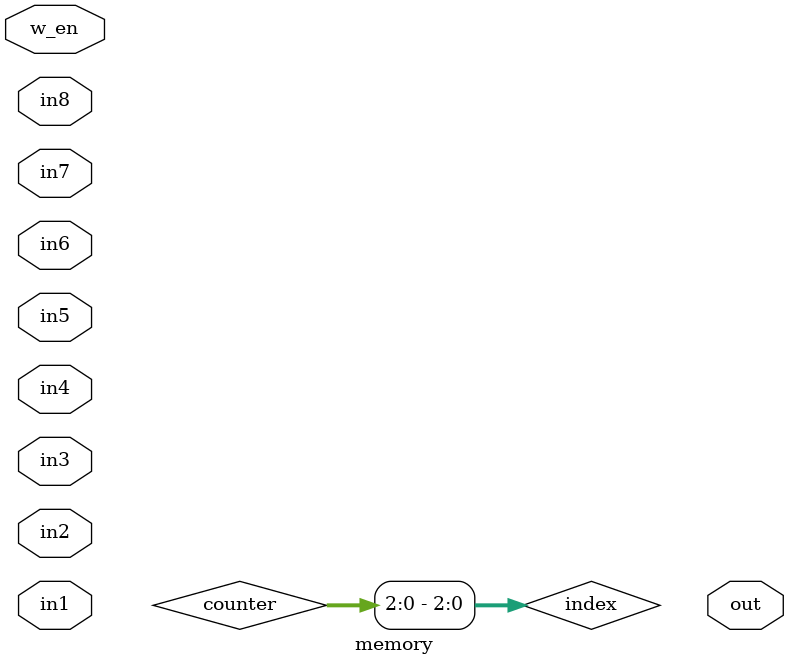
<source format=v>
module memory(in1,in2,in3,in4,in5,in6,in7,in8,w_en,out);
  
  input [63:0]in1,in2,in3,in4,in5,in6,in7,in8;
  //input enable;
	input w_en;
	output out;

  parameter BW = 8;
  reg [4-1:0]  counter ;
  wire [8*BW-1:0] array [8-1:0];
  wire [8-1:0] data_out;
  
  wire [8*BW-1:0] col [8-1:0];
  wire [3-1:0] index = counter[3-1:0] ;
  wire [8-1:0] w_data;
  //wire	      w_en;
  
  assign array[0] = w_en ? in1 : {{col[0][8*BW-1:7*BW]},{col[1][8*BW-1:7*BW]},{col[2][8*BW-1:7*BW]},{col[3][8*BW-1:7*BW]},{col[4][8*BW-1:7*BW]},{col[5][8*BW-1:7*BW]},{col[6][8*BW-1:7*BW]},{col[7][8*BW-1:7*BW]}};
  assign array[1] = w_en ? in2 : {{col[0][7*BW-1:6*BW]},{col[1][7*BW-1:6*BW]},{col[2][7*BW-1:6*BW]},{col[3][7*BW-1:6*BW]},{col[4][7*BW-1:6*BW]},{col[5][7*BW-1:6*BW]},{col[6][7*BW-1:6*BW]},{col[7][7*BW-1:6*BW]}};
  assign array[2] = w_en ? in3 : {{col[0][6*BW-1:5*BW]},{col[1][6*BW-1:5*BW]},{col[2][6*BW-1:5*BW]},{col[3][6*BW-1:5*BW]},{col[4][6*BW-1:5*BW]},{col[5][6*BW-1:5*BW]},{col[6][6*BW-1:5*BW]},{col[7][6*BW-1:5*BW]}};
  assign array[3] = w_en ? in4 : {{col[0][5*BW-1:4*BW]},{col[1][5*BW-1:4*BW]},{col[2][5*BW-1:4*BW]},{col[3][5*BW-1:4*BW]},{col[4][5*BW-1:4*BW]},{col[5][5*BW-1:4*BW]},{col[6][5*BW-1:4*BW]},{col[7][5*BW-1:4*BW]}};
  
  assign array[4] = w_en ? in5 : {{col[0][4*BW-1:3*BW]},{col[1][4*BW-1:3*BW]},{col[2][4*BW-1:3*BW]},{col[3][4*BW-1:3*BW]},{col[4][4*BW-1:3*BW]},{col[5][4*BW-1:3*BW]},{col[6][4*BW-1:3*BW]},{col[7][4*BW-1:3*BW]}};
  assign array[5] = w_en ? in6 : {{col[0][3*BW-1:2*BW]},{col[1][3*BW-1:2*BW]},{col[2][3*BW-1:2*BW]},{col[3][3*BW-1:2*BW]},{col[4][3*BW-1:2*BW]},{col[5][3*BW-1:2*BW]},{col[6][3*BW-1:2*BW]},{col[7][3*BW-1:2*BW]}};
  assign array[6] = w_en ? in7 : {{col[0][2*BW-1:1*BW]},{col[1][2*BW-1:1*BW]},{col[2][2*BW-1:1*BW]},{col[3][2*BW-1:1*BW]},{col[4][2*BW-1:1*BW]},{col[5][2*BW-1:1*BW]},{col[6][2*BW-1:1*BW]},{col[7][2*BW-1:1*BW]}};
  assign array[7] = w_en ? in8 : {{col[0][1*BW-1:0*BW]},{col[1][1*BW-1:0*BW]},{col[2][1*BW-1:0*BW]},{col[3][1*BW-1:0*BW]},{col[4][1*BW-1:0*BW]},{col[5][1*BW-1:0*BW]},{col[6][1*BW-1:0*BW]},{col[7][1*BW-1:0*BW]}};

  assign col[0] = w_en ? {{array[0][8*BW-1:7*BW]},{array[1][8*BW-1:7*BW]},{array[2][8*BW-1:7*BW]},{array[3][8*BW-1:7*BW]},{array[4][8*BW-1:7*BW]},{array[5][8*BW-1:7*BW]},{array[6][8*BW-1:7*BW]},{array[7][8*BW-1:7*BW]}} : in1;
  assign col[1] = w_en ? {{array[0][7*BW-1:6*BW]},{array[1][7*BW-1:6*BW]},{array[2][7*BW-1:6*BW]},{array[3][7*BW-1:6*BW]},{array[4][7*BW-1:6*BW]},{array[5][7*BW-1:6*BW]},{array[6][7*BW-1:6*BW]},{array[7][7*BW-1:6*BW]}} : in2;
  assign col[2] = w_en ? {{array[0][6*BW-1:5*BW]},{array[1][6*BW-1:5*BW]},{array[2][6*BW-1:5*BW]},{array[3][6*BW-1:5*BW]},{array[4][6*BW-1:5*BW]},{array[5][6*BW-1:5*BW]},{array[6][6*BW-1:5*BW]},{array[7][6*BW-1:5*BW]}} : in3;
  assign col[3] = w_en ? {{array[0][5*BW-1:4*BW]},{array[1][5*BW-1:4*BW]},{array[2][5*BW-1:4*BW]},{array[3][5*BW-1:4*BW]},{array[4][5*BW-1:4*BW]},{array[5][5*BW-1:4*BW]},{array[6][5*BW-1:4*BW]},{array[7][5*BW-1:4*BW]}} : in4;
  
  assign col[4] = w_en ? {{array[0][4*BW-1:3*BW]},{array[1][4*BW-1:3*BW]},{array[2][4*BW-1:3*BW]},{array[3][4*BW-1:3*BW]},{array[4][4*BW-1:3*BW]},{array[5][4*BW-1:3*BW]},{array[6][4*BW-1:3*BW]},{array[7][4*BW-1:3*BW]}} : in5;
  assign col[5] = w_en ? {{array[0][3*BW-1:2*BW]},{array[1][3*BW-1:2*BW]},{array[2][3*BW-1:2*BW]},{array[3][3*BW-1:2*BW]},{array[4][3*BW-1:2*BW]},{array[5][3*BW-1:2*BW]},{array[6][3*BW-1:2*BW]},{array[7][3*BW-1:2*BW]}} : in6;
  assign col[6] = w_en ? {{array[0][2*BW-1:1*BW]},{array[1][2*BW-1:1*BW]},{array[2][2*BW-1:1*BW]},{array[3][2*BW-1:1*BW]},{array[4][2*BW-1:1*BW]},{array[5][2*BW-1:1*BW]},{array[6][2*BW-1:1*BW]},{array[7][2*BW-1:1*BW]}} : in7;
  assign col[7] = w_en ? {{array[0][1*BW-1:0*BW]},{array[1][1*BW-1:0*BW]},{array[2][1*BW-1:0*BW]},{array[3][1*BW-1:0*BW]},{array[4][1*BW-1:0*BW]},{array[5][1*BW-1:0*BW]},{array[6][1*BW-1:0*BW]},{array[7][1*BW-1:0*BW]}} : in8;



  
  /*
  assign array[0] = w_en ? in1 : {{col[0][7:6]},{col[1][7:6]},{col[2][7:6]},{col[3][7:6]}};
  assign array[1] = w_en ? in2 : {{col[0][5:4]},{col[1][5:4]},{col[2][5:4]},{col[3][5:4]}};
  assign array[2] = w_en ? in3 : {{col[0][3:2]},{col[1][3:2]},{col[2][3:2]},{col[3][3:2]}};
  assign array[3] = w_en ? in4 : {{col[0][1:0]},{col[1][1:0]},{col[2][1:0]},{col[3][1:0]}};
  
  assign col[0] = w_en ? {{array[0][7:6]},{array[1][7:6]},{array[2][7:6]},{array[3][7:6]}} : in1;
  assign col[1] = w_en ? {{array[0][5:4]},{array[1][5:4]},{array[2][5:4]},{array[3][5:4]}} : in2;
  assign col[2] = w_en ? {{array[0][3:2]},{array[1][3:2]},{array[2][3:2]},{array[3][3:2]}} : in3;
  assign col[3] = w_en ? {{array[0][1:0]},{array[1][1:0]},{array[2][1:0]},{array[3][1:0]}} : in4;
*/
endmodule
</source>
